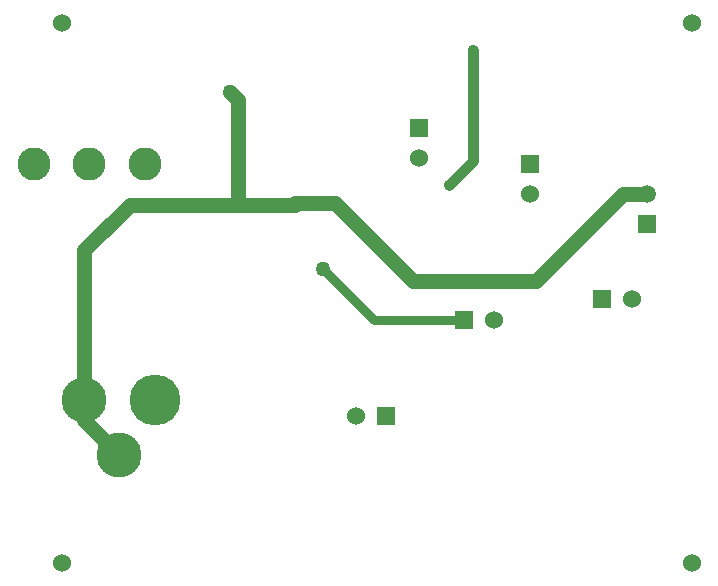
<source format=gbl>
G04 Layer_Physical_Order=2*
G04 Layer_Color=16711680*
%FSLAX25Y25*%
%MOIN*%
G70*
G01*
G75*
%ADD27C,0.05000*%
%ADD28C,0.03000*%
%ADD29C,0.15000*%
%ADD30C,0.16929*%
%ADD31C,0.06000*%
%ADD32R,0.06000X0.06000*%
%ADD33C,0.05906*%
%ADD34R,0.05906X0.05906*%
%ADD35C,0.11024*%
%ADD36R,0.06000X0.06000*%
%ADD37C,0.03500*%
%ADD38C,0.05000*%
%ADD39C,0.03500*%
D27*
X111000Y140000D02*
X137000Y114000D01*
X178000D01*
X207000Y143000D01*
X215000D01*
X27189Y124189D02*
X42500Y139500D01*
X76000Y177000D02*
X78500Y174500D01*
X97500Y139500D02*
X98000Y140000D01*
X78500Y139500D02*
X97500D01*
X78500D02*
Y174500D01*
X42500Y139500D02*
X78500D01*
X27189Y74504D02*
Y124189D01*
Y67811D02*
Y74504D01*
Y67811D02*
X39000Y56000D01*
X98000Y140000D02*
X111000D01*
D28*
X124000Y101000D02*
X154000D01*
X107000Y118000D02*
X124000Y101000D01*
D29*
X27189Y74504D02*
D03*
X39000Y56000D02*
D03*
D30*
X50811Y74504D02*
D03*
D31*
X230000Y200000D02*
D03*
X20000D02*
D03*
X230000Y20000D02*
D03*
X20000D02*
D03*
X164000Y101000D02*
D03*
X118000Y69000D02*
D03*
X210000Y108000D02*
D03*
X139000Y155000D02*
D03*
X176000Y143000D02*
D03*
D32*
X154000Y101000D02*
D03*
X128000Y69000D02*
D03*
X200000Y108000D02*
D03*
D33*
X215000Y143000D02*
D03*
D34*
Y133000D02*
D03*
D35*
X10496Y153000D02*
D03*
X29000D02*
D03*
X47504D02*
D03*
D36*
X139000Y165000D02*
D03*
X176000Y153000D02*
D03*
D37*
X157000Y191000D02*
D03*
X149000Y146000D02*
D03*
D38*
X78500Y139500D02*
D03*
X76000Y177000D02*
D03*
X98000Y140000D02*
D03*
X107000Y118000D02*
D03*
X137000Y114000D02*
D03*
D39*
X157000Y154000D02*
Y191000D01*
X149000Y146000D02*
X157000Y154000D01*
M02*

</source>
